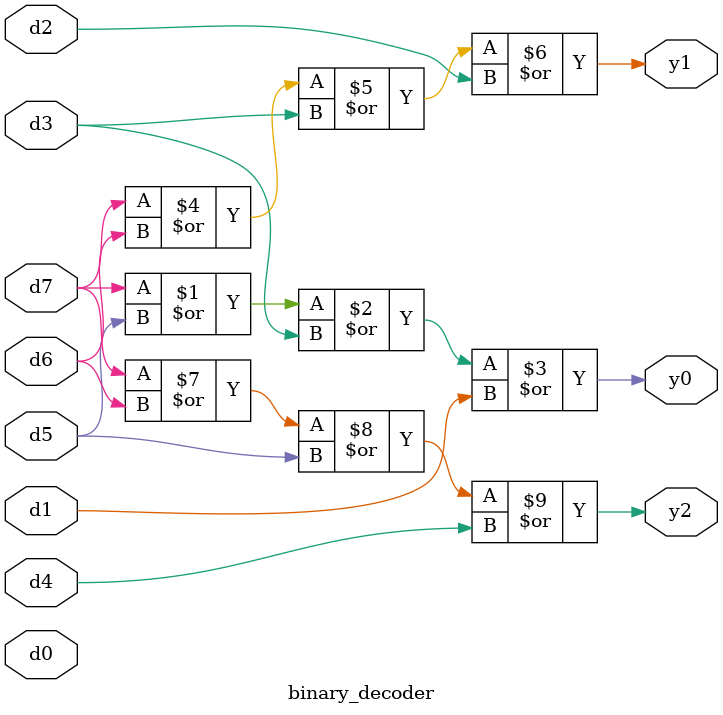
<source format=v>
`timescale 1ns / 1ps
module priority_encoder(y0,y1,y2,IDLE,d0,d1,d2,d3,d4,d5,d6,d7);
input d0,d1,d2,d3,d4,d5,d6,d7;
output y0,y1,y2,IDLE;
wire h0,h1,h2,h3,h4,h5,h6,h7;

priority_ckt c1(.IDLE(IDLE),.h0(h0),.h1(h1),.h2(h2),.h3(h3),.h4(h4),.h5(h5),.h6(h6),.h7(h7),.d0(d0),.d1(d1),.d2(d2),.d3(d3),.d4(d4),.d5(d5),.d6(d6),.d7(d7));
binary_decoder b1(.y0(y0),.y1(y1),.y2(y2),.d0(h0),.d1(h1),.d2(h2),.d3(h3),.d4(h4),.d5(h5),.d6(h6),.d7(h7));
endmodule
module priority_ckt(IDLE,h0,h1,h2,h3,h4,h5,h6,h7,d0,d1,d2,d3,d4,d5,d6,d7);
input d0,d1,d2,d3,d4,d5,d6,d7;
//output y0,y1,y2,y3,y4,y5,y6,y7;
output IDLE,h0,h1,h2,h3,h4,h5,h6,h7;
assign h7 = d7;
assign h6 = ~d7 & d6;
assign h5 = ~d7 & ~d6 & d5;
assign h4 = ~d7 & ~d6 & ~d5 & d4;
assign h3 = ~d7 & ~d6 & ~d5 & ~d4 & d3;
assign h2 = ~d7 & ~d6 & ~d5 & ~d4 & ~d3 & d2;
assign h1 = ~d7 & ~d6 & ~d5 & ~d4 & ~d3 & ~d2 & d1;
assign h0 = ~d7 & ~d6 & ~d5 & ~d4 & ~d3 & ~d2 & ~d1 & d0;
assign IDLE =  ~d7 & ~d6 & ~d5 & ~d4 & ~d3 & ~d2 & ~d1 & ~d0;

endmodule
module binary_decoder (y0,y1,y2,d0,d1,d2,d3,d4,d5,d6,d7);
input d0,d1,d2,d3,d4,d5,d6,d7;
wire h0,h1,h2,h3,h4,h5,h6,h7;

output y0,y1,y2;
assign y0=(d7|d5|d3|d1);
assign y1=(d7|d6|d3|d2);
assign y2=(d7|d6|d5|d4);
//assign valid=(d7|d6|d5|d4|d3|d2|d1|d0);

endmodule 


</source>
